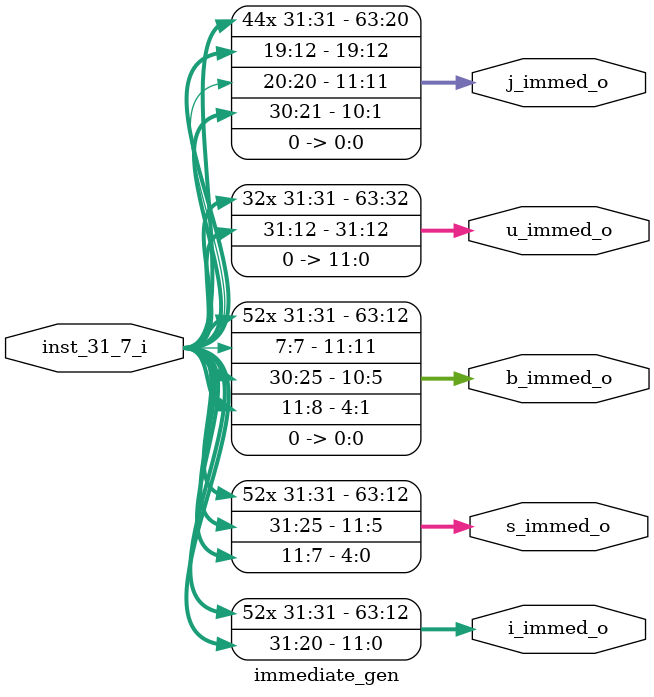
<source format=v>


module immediate_gen (
    input      [31:7] inst_31_7_i,
    
    output reg [63:0] i_immed_o,
    output reg [63:0] s_immed_o,
    output reg [63:0] b_immed_o,
    output reg [63:0] u_immed_o,
    output reg [63:0] j_immed_o
);

    always @(inst_31_7_i) begin
        i_immed_o = { { 52{inst_31_7_i[31]} }, 
                        inst_31_7_i[31:20] } ;

        s_immed_o = { { 52{inst_31_7_i[31]} }, 
                        inst_31_7_i[31:25], 
                        inst_31_7_i[11:7]};

        b_immed_o = { { 51{inst_31_7_i[31]} }, 
                        inst_31_7_i[31], 
                        inst_31_7_i[7], 
                        inst_31_7_i[30:25], 
                        inst_31_7_i[11:8], 
                        1'b0};

        u_immed_o = { { 32{inst_31_7_i[31]} }, 
                        inst_31_7_i[31:12], 
                        12'b0};

        j_immed_o = { { 43{inst_31_7_i[31]} }, 
                        inst_31_7_i[31], 
                        inst_31_7_i[19:12], 
                        inst_31_7_i[20], 
                        inst_31_7_i[30:21], 
                        1'b0};
    end

endmodule


///////////////////////////////////////////////////////////////////////////////////////////////////
////   Copyright 2024 Peter Herrmann                                                           ////
////                                                                                           ////
////   Licensed under the Apache License, Version 2.0 (the "License");                         ////
////   you may not use this file except in compliance with the License.                        ////
////   You may obtain a copy of the License at                                                 ////
////                                                                                           ////
////       http://www.apache.org/licenses/LICENSE-2.0                                          ////
////                                                                                           ////
////   Unless required by applicable law or agreed to in writing, software                     ////
////   distributed under the License is distributed on an "AS IS" BASIS,                       ////
////   WITHOUT WARRANTIES OR CONDITIONS OF ANY KIND, either express or implied.                ////
////   See the License for the specific language governing permissions and                     ////
////   limitations under the License.                                                          ////
///////////////////////////////////////////////////////////////////////////////////////////////////

</source>
